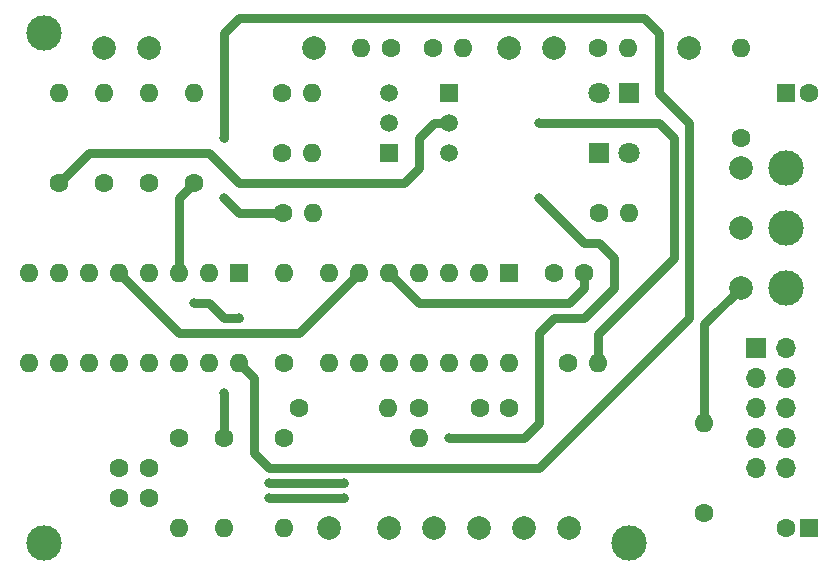
<source format=gbr>
G04 #@! TF.GenerationSoftware,KiCad,Pcbnew,(5.1.0-0)*
G04 #@! TF.CreationDate,2019-04-30T17:26:27+01:00*
G04 #@! TF.ProjectId,MS20filter,4d533230-6669-46c7-9465-722e6b696361,rev?*
G04 #@! TF.SameCoordinates,Original*
G04 #@! TF.FileFunction,Copper,L1,Top*
G04 #@! TF.FilePolarity,Positive*
%FSLAX46Y46*%
G04 Gerber Fmt 4.6, Leading zero omitted, Abs format (unit mm)*
G04 Created by KiCad (PCBNEW (5.1.0-0)) date 2019-04-30 17:26:27*
%MOMM*%
%LPD*%
G04 APERTURE LIST*
%ADD10C,3.000000*%
%ADD11O,1.600000X1.600000*%
%ADD12C,1.600000*%
%ADD13C,1.998980*%
%ADD14C,1.500000*%
%ADD15R,1.500000X1.500000*%
%ADD16R,1.800000X1.800000*%
%ADD17C,1.800000*%
%ADD18R,1.600000X1.600000*%
%ADD19R,1.700000X1.700000*%
%ADD20O,1.700000X1.700000*%
%ADD21C,0.800000*%
%ADD22C,0.750000*%
G04 APERTURE END LIST*
D10*
X196850000Y-31750000D03*
X196850000Y-74930000D03*
X246380000Y-74930000D03*
D11*
X225940000Y-63500000D03*
D12*
X218440000Y-63500000D03*
D13*
X251460000Y-33020000D03*
X241300000Y-73660000D03*
X237490000Y-73660000D03*
X201930000Y-33020000D03*
D12*
X205700000Y-71120000D03*
X203200000Y-71120000D03*
D13*
X229870000Y-73660000D03*
X233680000Y-73660000D03*
X226060000Y-73660000D03*
D12*
X198120000Y-44450000D03*
D11*
X198120000Y-36830000D03*
D12*
X217070000Y-46990000D03*
D11*
X219610000Y-46990000D03*
D12*
X208280000Y-66040000D03*
D11*
X208280000Y-73660000D03*
D12*
X212090000Y-66040000D03*
D11*
X212090000Y-73660000D03*
X217170000Y-73660000D03*
D12*
X217170000Y-66040000D03*
D13*
X205740000Y-33020000D03*
D11*
X201930000Y-36830000D03*
D12*
X201930000Y-44450000D03*
D11*
X209550000Y-36830000D03*
D12*
X209550000Y-44450000D03*
X205740000Y-44450000D03*
D11*
X205740000Y-36830000D03*
X219540000Y-41910000D03*
D12*
X217000000Y-41910000D03*
D11*
X219540000Y-36830000D03*
D12*
X217000000Y-36830000D03*
D13*
X219710000Y-33020000D03*
X236220000Y-33020000D03*
D12*
X226160000Y-33020000D03*
D11*
X223620000Y-33020000D03*
D12*
X229770000Y-33020000D03*
D11*
X232310000Y-33020000D03*
X243740000Y-59690000D03*
D12*
X241200000Y-59690000D03*
X228600000Y-63500000D03*
D11*
X228600000Y-66040000D03*
D14*
X231140000Y-39370000D03*
X231140000Y-41910000D03*
D15*
X231140000Y-36830000D03*
X226060000Y-41910000D03*
D14*
X226060000Y-36830000D03*
X226060000Y-39370000D03*
D12*
X217170000Y-59690000D03*
D11*
X217170000Y-52070000D03*
D13*
X240030000Y-33020000D03*
D12*
X243740000Y-33020000D03*
D11*
X246280000Y-33020000D03*
D16*
X246380000Y-36830000D03*
D17*
X243840000Y-36830000D03*
X246380000Y-41910000D03*
D16*
X243840000Y-41910000D03*
D11*
X246380000Y-46990000D03*
D12*
X243840000Y-46990000D03*
D13*
X220980000Y-73660000D03*
D12*
X233720000Y-63500000D03*
X236220000Y-63500000D03*
X242530000Y-52070000D03*
X240030000Y-52070000D03*
X203200000Y-68580000D03*
X205700000Y-68580000D03*
D11*
X213360000Y-59690000D03*
X195580000Y-52070000D03*
X210820000Y-59690000D03*
X198120000Y-52070000D03*
X208280000Y-59690000D03*
X200660000Y-52070000D03*
X205740000Y-59690000D03*
X203200000Y-52070000D03*
X203200000Y-59690000D03*
X205740000Y-52070000D03*
X200660000Y-59690000D03*
X208280000Y-52070000D03*
X198120000Y-59690000D03*
X210820000Y-52070000D03*
X195580000Y-59690000D03*
D18*
X213360000Y-52070000D03*
D11*
X236220000Y-59690000D03*
X220980000Y-52070000D03*
X233680000Y-59690000D03*
X223520000Y-52070000D03*
X231140000Y-59690000D03*
X226060000Y-52070000D03*
X228600000Y-59690000D03*
X228600000Y-52070000D03*
X226060000Y-59690000D03*
X231140000Y-52070000D03*
X223520000Y-59690000D03*
X233680000Y-52070000D03*
X220980000Y-59690000D03*
D18*
X236220000Y-52070000D03*
D11*
X255800000Y-33020000D03*
D12*
X255800000Y-40640000D03*
D18*
X261620000Y-73660000D03*
D12*
X259620000Y-73660000D03*
D19*
X257070000Y-58420000D03*
D20*
X259610000Y-58420000D03*
X257070000Y-60960000D03*
X259610000Y-60960000D03*
X257070000Y-63500000D03*
X259610000Y-63500000D03*
X257070000Y-66040000D03*
X259610000Y-66040000D03*
X257070000Y-68580000D03*
X259610000Y-68580000D03*
D10*
X259610000Y-53340000D03*
X259610000Y-48260000D03*
X259610000Y-43180000D03*
D13*
X255800000Y-53340000D03*
X255800000Y-48260000D03*
D12*
X261610000Y-36830000D03*
D18*
X259610000Y-36830000D03*
D11*
X252730000Y-64770000D03*
D12*
X252730000Y-72390000D03*
D13*
X255800000Y-43180000D03*
D21*
X209550000Y-54610000D03*
X213360000Y-55880000D03*
X231140000Y-66040000D03*
X238760000Y-45720000D03*
X238760000Y-39370000D03*
X212090000Y-62230000D03*
X212090000Y-45720000D03*
X212090000Y-40640000D03*
X215900000Y-69850000D03*
X215900000Y-71120000D03*
X222250000Y-69850000D03*
X222250000Y-71120000D03*
D22*
X252730000Y-56410000D02*
X255800000Y-53340000D01*
X252730000Y-64770000D02*
X252730000Y-56410000D01*
X209550000Y-54610000D02*
X210820000Y-54610000D01*
X212090000Y-55880000D02*
X213360000Y-55880000D01*
X210820000Y-54610000D02*
X212090000Y-55880000D01*
X228600000Y-54610000D02*
X226060000Y-52070000D01*
X241300000Y-54610000D02*
X228600000Y-54610000D01*
X242530000Y-53380000D02*
X241300000Y-54610000D01*
X242530000Y-52070000D02*
X242530000Y-53380000D01*
X231140000Y-66040000D02*
X237490000Y-66040000D01*
X240030000Y-46990000D02*
X238760000Y-45720000D01*
X237490000Y-66040000D02*
X238760000Y-64770000D01*
X238760000Y-64770000D02*
X238760000Y-57150000D01*
X238760000Y-57150000D02*
X240030000Y-55880000D01*
X243840000Y-49530000D02*
X242570000Y-49530000D01*
X240030000Y-55880000D02*
X242570000Y-55880000D01*
X242570000Y-55880000D02*
X245110000Y-53340000D01*
X245110000Y-53340000D02*
X245110000Y-50800000D01*
X242570000Y-49530000D02*
X240030000Y-46990000D01*
X245110000Y-50800000D02*
X243840000Y-49530000D01*
X238760000Y-45720000D02*
X238760000Y-45720000D01*
X243740000Y-59690000D02*
X243740000Y-57250000D01*
X243740000Y-57250000D02*
X250190000Y-50800000D01*
X250190000Y-50800000D02*
X250190000Y-41910000D01*
X250190000Y-41910000D02*
X250190000Y-40640000D01*
X250190000Y-40640000D02*
X248920000Y-39370000D01*
X248920000Y-39370000D02*
X238760000Y-39370000D01*
X238760000Y-39370000D02*
X238760000Y-39370000D01*
X209550000Y-44450000D02*
X208280000Y-45720000D01*
X208280000Y-45720000D02*
X208280000Y-52070000D01*
X203200000Y-52070000D02*
X208280000Y-57150000D01*
X208280000Y-57150000D02*
X218440000Y-57150000D01*
X218440000Y-57150000D02*
X223520000Y-52070000D01*
X212090000Y-62230000D02*
X212090000Y-64770000D01*
X212090000Y-64770000D02*
X212090000Y-66040000D01*
X213360000Y-59690000D02*
X214630000Y-60960000D01*
X214630000Y-60960000D02*
X214630000Y-67310000D01*
X231140000Y-39370000D02*
X229870000Y-39370000D01*
X229870000Y-39370000D02*
X228600000Y-40640000D01*
X228600000Y-40640000D02*
X228600000Y-43180000D01*
X228600000Y-43180000D02*
X227330000Y-44450000D01*
X227330000Y-44450000D02*
X213360000Y-44450000D01*
X213360000Y-44450000D02*
X210820000Y-41910000D01*
X200660000Y-41910000D02*
X198120000Y-44450000D01*
X210820000Y-41910000D02*
X200660000Y-41910000D01*
X213360000Y-46990000D02*
X212090000Y-45720000D01*
X217070000Y-46990000D02*
X213360000Y-46990000D01*
X212090000Y-40640000D02*
X212090000Y-31750000D01*
X212090000Y-31750000D02*
X213360000Y-30480000D01*
X213360000Y-30480000D02*
X247650000Y-30480000D01*
X247650000Y-30480000D02*
X248920000Y-31750000D01*
X248920000Y-31750000D02*
X248920000Y-36830000D01*
X248920000Y-36830000D02*
X251460000Y-39370000D01*
X251460000Y-39370000D02*
X251460000Y-53340000D01*
X251460000Y-53340000D02*
X251460000Y-55880000D01*
X251460000Y-55880000D02*
X238760000Y-68580000D01*
X238760000Y-68580000D02*
X215900000Y-68580000D01*
X215900000Y-68580000D02*
X214630000Y-67310000D01*
X215900000Y-69850000D02*
X222250000Y-69850000D01*
X215900000Y-71120000D02*
X222250000Y-71120000D01*
M02*

</source>
